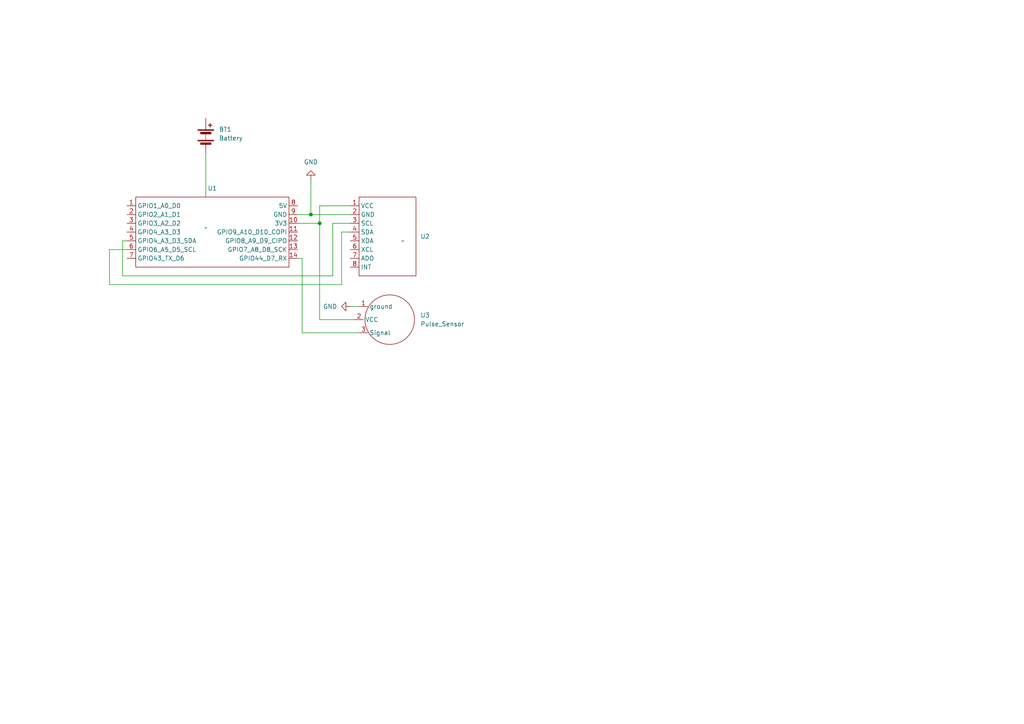
<source format=kicad_sch>
(kicad_sch (version 20230121) (generator eeschema)
  (paper "A4")
  (lib_symbols
    (symbol "Device:Battery" (pin_numbers hide) (pin_names (offset 0) hide)
      (property "Reference" "BT" (at 2.54 2.54 0))
      (property "Value" "Battery" (at 2.54 0 0))
      (symbol "Battery_0_1"
        (rectangle (start -2.286 -1.27) (end 2.286 -1.524) (fill (type outline)))
        (rectangle (start -2.286 1.778) (end 2.286 1.524) (fill (type outline)))
        (rectangle (start -1.524 -2.032) (end 1.524 -2.54) (fill (type outline)))
        (rectangle (start -1.524 1.016) (end 1.524 0.508) (fill (type outline)))
        (polyline (pts (xy 0 -1.016) (xy 0 -0.762)))
        (polyline (pts (xy 0 -0.508) (xy 0 -0.254)))
        (polyline (pts (xy 0 0) (xy 0 0.254)))
        (polyline (pts (xy 0 1.778) (xy 0 2.54)))
        (polyline (pts (xy 0.762 3.048) (xy 1.778 3.048)) (stroke (width 0.254)))
        (polyline (pts (xy 1.27 3.556) (xy 1.27 2.54)) (stroke (width 0.254)))
      )
      (symbol "Battery_1_1"
        (pin passive line (at 0 5.08 270) (length 2.54) (name "+") (number "1"))
        (pin passive line (at 0 -5.08 90) (length 2.54) (name "-") (number "2"))
      )
    )
    (symbol "Techin514_final_project:MPU6050"
      (property "Reference" "U" (at -1.27 3.81 0))
      (symbol "MPU6050_0_1"
        (rectangle (start -12.7 12.7) (end 3.81 -10.16))
      )
      (symbol "MPU6050_1_1"
        (pin power_in line (at -15.24 10.16 0) (length 2.54) (name "VCC") (number "1"))
        (pin power_in line (at -15.24 7.62 0) (length 2.54) (name "GND") (number "2"))
        (pin input line (at -15.24 5.08 0) (length 2.54) (name "SCL") (number "3"))
        (pin bidirectional line (at -15.24 2.54 0) (length 2.54) (name "SDA") (number "4"))
        (pin bidirectional line (at -15.24 0 0) (length 2.54) (name "XDA") (number "5"))
        (pin input line (at -15.24 -2.54 0) (length 2.54) (name "XCL") (number "6"))
        (pin input line (at -15.24 -5.08 0) (length 2.54) (name "ADO") (number "7"))
        (pin output line (at -15.24 -7.62 0) (length 2.54) (name "INT") (number "8"))
      )
    )
    (symbol "Techin514_final_project:Pulse_Sensor"
      (property "Reference" "U" (at 0 2.54 0))
      (property "Value" "Pulse_Sensor" (at 0 8.89 0))
      (symbol "Pulse_Sensor_0_1"
        (circle (center 0 0) (radius 7.1842))
      )
      (symbol "Pulse_Sensor_1_1"
        (pin bidirectional line (at -3.81 -8.89 90) (length 2.54) (name "ground") (number "1"))
        (pin power_in line (at 0 -10.16 90) (length 2.54) (name "VCC") (number "2"))
        (pin input line (at 3.81 -8.89 90) (length 2.54) (name "Signal") (number "3"))
      )
    )
    (symbol "demo:XIAO_ESP32_SENSE"
      (property "Reference" "U" (at 0 0 0))
      (symbol "XIAO_ESP32_SENSE_0_1"
        (polyline (pts (xy -20.32 8.89) (xy -20.32 -11.43) (xy 24.13 -11.43) (xy 24.13 8.89) (xy -20.32 8.89)))
      )
      (symbol "XIAO_ESP32_SENSE_1_1"
        (pin bidirectional line (at -22.86 6.35 0) (length 2.54) (name "GPIO1_A0_D0") (number "1"))
        (pin bidirectional line (at 26.67 1.27 180) (length 2.54) (name "3V3") (number "10"))
        (pin bidirectional line (at 26.67 -1.27 180) (length 2.54) (name "GPIO9_A10_D10_COPI") (number "11"))
        (pin bidirectional line (at 26.67 -3.81 180) (length 2.54) (name "GPIO8_A9_D9_CIPO") (number "12"))
        (pin bidirectional line (at 26.67 -6.35 180) (length 2.54) (name "GPIO7_A8_D8_SCK") (number "13"))
        (pin bidirectional line (at 26.67 -8.89 180) (length 2.54) (name "GPIO44_D7_RX") (number "14"))
        (pin bidirectional line (at -22.86 3.81 0) (length 2.54) (name "GPIO2_A1_D1") (number "2"))
        (pin bidirectional line (at -22.86 1.27 0) (length 2.54) (name "GPIO3_A2_D2") (number "3"))
        (pin bidirectional line (at -22.86 -1.27 0) (length 2.54) (name "GPIO4_A3_D3") (number "4"))
        (pin bidirectional line (at -22.86 -3.81 0) (length 2.54) (name "GPIO4_A3_D3_SDA") (number "5"))
        (pin bidirectional line (at -22.86 -6.35 0) (length 2.54) (name "GPIO6_A5_D5_SCL") (number "6"))
        (pin bidirectional line (at -22.86 -8.89 0) (length 2.54) (name "GPIO43_TX_D6") (number "7"))
        (pin bidirectional line (at 26.67 6.35 180) (length 2.54) (name "5V") (number "8"))
        (pin bidirectional line (at 26.67 3.81 180) (length 2.54) (name "GND") (number "9"))
      )
    )
    (symbol "power:GND" (power) (pin_names (offset 0))
      (property "Value" "GND" (at 0 -3.81 0))
      (symbol "GND_0_1"
        (polyline (pts (xy 0 0) (xy 0 -1.27) (xy 1.27 -1.27) (xy 0 -2.54) (xy -1.27 -1.27) (xy 0 -1.27)))
      )
      (symbol "GND_1_1"
        (pin power_in line (at 0 0 270) (length 0) hide (name "GND") (number "1"))
      )
    )
  )
  (junction (at 90.17 62.23))
  (junction (at 92.71 64.77))
  (wire (pts (xy 92.71 59.69) (xy 101.6 59.69)))
  (wire (pts (xy 31.75 82.55) (xy 31.75 72.39)))
  (wire (pts (xy 102.87 92.71) (xy 92.71 92.71)))
  (wire (pts (xy 35.56 80.01) (xy 35.56 69.85)))
  (wire (pts (xy 101.6 67.31) (xy 99.06 67.31)))
  (wire (pts (xy 86.36 64.77) (xy 92.71 64.77)))
  (wire (pts (xy 96.52 80.01) (xy 35.56 80.01)))
  (wire (pts (xy 90.17 62.23) (xy 90.17 52.07)))
  (wire (pts (xy 87.63 74.93) (xy 86.36 74.93)))
  (wire (pts (xy 90.17 62.23) (xy 101.6 62.23)))
  (wire (pts (xy 59.69 44.45) (xy 59.69 57.15)))
  (wire (pts (xy 101.6 64.77) (xy 96.52 64.77)))
  (wire (pts (xy 96.52 64.77) (xy 96.52 80.01)))
  (wire (pts (xy 31.75 72.39) (xy 36.83 72.39)))
  (wire (pts (xy 104.14 96.52) (xy 87.63 96.52)))
  (wire (pts (xy 87.63 96.52) (xy 87.63 74.93)))
  (wire (pts (xy 86.36 62.23) (xy 90.17 62.23)))
  (wire (pts (xy 92.71 64.77) (xy 92.71 59.69)))
  (wire (pts (xy 101.6 88.9) (xy 104.14 88.9)))
  (wire (pts (xy 92.71 64.77) (xy 92.71 92.71)))
  (wire (pts (xy 35.56 69.85) (xy 36.83 69.85)))
  (wire (pts (xy 99.06 82.55) (xy 31.75 82.55)))
  (wire (pts (xy 99.06 67.31) (xy 99.06 82.55)))
  (symbol (lib_id "Techin514_final_project:MPU6050") (at 116.84 69.85 0) (unit 1)
    (property "Reference" "U2" (at 121.92 68.58 0) (effects (justify left)))
    (property "Value" "~" (at 116.84 69.85 0))
  )
  (symbol (lib_id "Techin514_final_project:Pulse_Sensor") (at 113.03 92.71 270) (unit 1)
    (property "Reference" "U3" (at 121.92 91.44 90) (effects (justify left)))
    (property "Value" "Pulse_Sensor" (at 121.92 93.98 90) (effects (justify left)))
  )
  (symbol (lib_id "Device:Battery") (at 59.69 39.37 0) (unit 1)
    (property "Reference" "BT1" (at 63.5 37.5285 0) (effects (justify left)))
    (property "Value" "Battery" (at 63.5 40.0685 0) (effects (justify left)))
  )
  (symbol (lib_id "power:GND") (at 101.6 88.9 270) (unit 1)
    (property "Reference" "#PWR02" (effects hide))
    (property "Value" "GND" (at 97.79 88.9 90) (effects (justify right)))
  )
  (symbol (lib_id "power:GND") (at 90.17 52.07 180) (unit 1)
    (property "Reference" "#PWR01" (effects hide))
    (property "Value" "GND" (at 90.17 46.99 0))
  )
  (symbol (lib_id "demo:XIAO_ESP32_SENSE") (at 59.69 66.04 0) (unit 1)
    (property "Reference" "U1" (at 61.595 54.61 0))
    (property "Value" "~" (at 59.69 66.04 0))
  )
)
</source>
